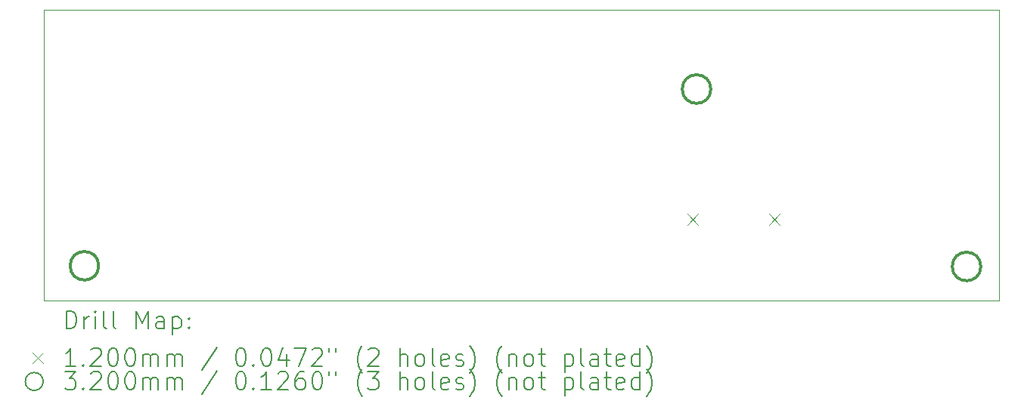
<source format=gbr>
%TF.GenerationSoftware,KiCad,Pcbnew,8.0.5*%
%TF.CreationDate,2025-03-11T15:07:13+00:00*%
%TF.ProjectId,UC_V4_4904-30028-06,55435f56-345f-4343-9930-342d33303032,rev?*%
%TF.SameCoordinates,Original*%
%TF.FileFunction,Drillmap*%
%TF.FilePolarity,Positive*%
%FSLAX45Y45*%
G04 Gerber Fmt 4.5, Leading zero omitted, Abs format (unit mm)*
G04 Created by KiCad (PCBNEW 8.0.5) date 2025-03-11 15:07:13*
%MOMM*%
%LPD*%
G01*
G04 APERTURE LIST*
%ADD10C,0.100000*%
%ADD11C,0.200000*%
%ADD12C,0.120000*%
%ADD13C,0.320000*%
G04 APERTURE END LIST*
D10*
X9861820Y-12074820D02*
X20561820Y-12074820D01*
X20561820Y-12074820D02*
X20561820Y-10564820D01*
X9861820Y-8814820D02*
X9861820Y-12074820D01*
X20561820Y-8814820D02*
X9861820Y-8814820D01*
X20561820Y-10564820D02*
X20561820Y-8814820D01*
D11*
D12*
X17067820Y-11105820D02*
X17187820Y-11225820D01*
X17187820Y-11105820D02*
X17067820Y-11225820D01*
X17982820Y-11105820D02*
X18102820Y-11225820D01*
X18102820Y-11105820D02*
X17982820Y-11225820D01*
D13*
X10479020Y-11686760D02*
G75*
G02*
X10159020Y-11686760I-160000J0D01*
G01*
X10159020Y-11686760D02*
G75*
G02*
X10479020Y-11686760I160000J0D01*
G01*
X17331940Y-9705560D02*
G75*
G02*
X17011940Y-9705560I-160000J0D01*
G01*
X17011940Y-9705560D02*
G75*
G02*
X17331940Y-9705560I160000J0D01*
G01*
X20354540Y-11694380D02*
G75*
G02*
X20034540Y-11694380I-160000J0D01*
G01*
X20034540Y-11694380D02*
G75*
G02*
X20354540Y-11694380I160000J0D01*
G01*
D11*
X10117597Y-12391304D02*
X10117597Y-12191304D01*
X10117597Y-12191304D02*
X10165216Y-12191304D01*
X10165216Y-12191304D02*
X10193787Y-12200828D01*
X10193787Y-12200828D02*
X10212835Y-12219875D01*
X10212835Y-12219875D02*
X10222359Y-12238923D01*
X10222359Y-12238923D02*
X10231883Y-12277018D01*
X10231883Y-12277018D02*
X10231883Y-12305589D01*
X10231883Y-12305589D02*
X10222359Y-12343685D01*
X10222359Y-12343685D02*
X10212835Y-12362732D01*
X10212835Y-12362732D02*
X10193787Y-12381780D01*
X10193787Y-12381780D02*
X10165216Y-12391304D01*
X10165216Y-12391304D02*
X10117597Y-12391304D01*
X10317597Y-12391304D02*
X10317597Y-12257970D01*
X10317597Y-12296066D02*
X10327121Y-12277018D01*
X10327121Y-12277018D02*
X10336644Y-12267494D01*
X10336644Y-12267494D02*
X10355692Y-12257970D01*
X10355692Y-12257970D02*
X10374740Y-12257970D01*
X10441406Y-12391304D02*
X10441406Y-12257970D01*
X10441406Y-12191304D02*
X10431883Y-12200828D01*
X10431883Y-12200828D02*
X10441406Y-12210351D01*
X10441406Y-12210351D02*
X10450930Y-12200828D01*
X10450930Y-12200828D02*
X10441406Y-12191304D01*
X10441406Y-12191304D02*
X10441406Y-12210351D01*
X10565216Y-12391304D02*
X10546168Y-12381780D01*
X10546168Y-12381780D02*
X10536644Y-12362732D01*
X10536644Y-12362732D02*
X10536644Y-12191304D01*
X10669978Y-12391304D02*
X10650930Y-12381780D01*
X10650930Y-12381780D02*
X10641406Y-12362732D01*
X10641406Y-12362732D02*
X10641406Y-12191304D01*
X10898549Y-12391304D02*
X10898549Y-12191304D01*
X10898549Y-12191304D02*
X10965216Y-12334161D01*
X10965216Y-12334161D02*
X11031883Y-12191304D01*
X11031883Y-12191304D02*
X11031883Y-12391304D01*
X11212835Y-12391304D02*
X11212835Y-12286542D01*
X11212835Y-12286542D02*
X11203311Y-12267494D01*
X11203311Y-12267494D02*
X11184264Y-12257970D01*
X11184264Y-12257970D02*
X11146168Y-12257970D01*
X11146168Y-12257970D02*
X11127121Y-12267494D01*
X11212835Y-12381780D02*
X11193787Y-12391304D01*
X11193787Y-12391304D02*
X11146168Y-12391304D01*
X11146168Y-12391304D02*
X11127121Y-12381780D01*
X11127121Y-12381780D02*
X11117597Y-12362732D01*
X11117597Y-12362732D02*
X11117597Y-12343685D01*
X11117597Y-12343685D02*
X11127121Y-12324637D01*
X11127121Y-12324637D02*
X11146168Y-12315113D01*
X11146168Y-12315113D02*
X11193787Y-12315113D01*
X11193787Y-12315113D02*
X11212835Y-12305589D01*
X11308073Y-12257970D02*
X11308073Y-12457970D01*
X11308073Y-12267494D02*
X11327121Y-12257970D01*
X11327121Y-12257970D02*
X11365216Y-12257970D01*
X11365216Y-12257970D02*
X11384263Y-12267494D01*
X11384263Y-12267494D02*
X11393787Y-12277018D01*
X11393787Y-12277018D02*
X11403311Y-12296066D01*
X11403311Y-12296066D02*
X11403311Y-12353208D01*
X11403311Y-12353208D02*
X11393787Y-12372256D01*
X11393787Y-12372256D02*
X11384263Y-12381780D01*
X11384263Y-12381780D02*
X11365216Y-12391304D01*
X11365216Y-12391304D02*
X11327121Y-12391304D01*
X11327121Y-12391304D02*
X11308073Y-12381780D01*
X11489025Y-12372256D02*
X11498549Y-12381780D01*
X11498549Y-12381780D02*
X11489025Y-12391304D01*
X11489025Y-12391304D02*
X11479502Y-12381780D01*
X11479502Y-12381780D02*
X11489025Y-12372256D01*
X11489025Y-12372256D02*
X11489025Y-12391304D01*
X11489025Y-12267494D02*
X11498549Y-12277018D01*
X11498549Y-12277018D02*
X11489025Y-12286542D01*
X11489025Y-12286542D02*
X11479502Y-12277018D01*
X11479502Y-12277018D02*
X11489025Y-12267494D01*
X11489025Y-12267494D02*
X11489025Y-12286542D01*
D12*
X9736820Y-12659820D02*
X9856820Y-12779820D01*
X9856820Y-12659820D02*
X9736820Y-12779820D01*
D11*
X10222359Y-12811304D02*
X10108073Y-12811304D01*
X10165216Y-12811304D02*
X10165216Y-12611304D01*
X10165216Y-12611304D02*
X10146168Y-12639875D01*
X10146168Y-12639875D02*
X10127121Y-12658923D01*
X10127121Y-12658923D02*
X10108073Y-12668447D01*
X10308073Y-12792256D02*
X10317597Y-12801780D01*
X10317597Y-12801780D02*
X10308073Y-12811304D01*
X10308073Y-12811304D02*
X10298549Y-12801780D01*
X10298549Y-12801780D02*
X10308073Y-12792256D01*
X10308073Y-12792256D02*
X10308073Y-12811304D01*
X10393787Y-12630351D02*
X10403311Y-12620828D01*
X10403311Y-12620828D02*
X10422359Y-12611304D01*
X10422359Y-12611304D02*
X10469978Y-12611304D01*
X10469978Y-12611304D02*
X10489025Y-12620828D01*
X10489025Y-12620828D02*
X10498549Y-12630351D01*
X10498549Y-12630351D02*
X10508073Y-12649399D01*
X10508073Y-12649399D02*
X10508073Y-12668447D01*
X10508073Y-12668447D02*
X10498549Y-12697018D01*
X10498549Y-12697018D02*
X10384264Y-12811304D01*
X10384264Y-12811304D02*
X10508073Y-12811304D01*
X10631883Y-12611304D02*
X10650930Y-12611304D01*
X10650930Y-12611304D02*
X10669978Y-12620828D01*
X10669978Y-12620828D02*
X10679502Y-12630351D01*
X10679502Y-12630351D02*
X10689025Y-12649399D01*
X10689025Y-12649399D02*
X10698549Y-12687494D01*
X10698549Y-12687494D02*
X10698549Y-12735113D01*
X10698549Y-12735113D02*
X10689025Y-12773208D01*
X10689025Y-12773208D02*
X10679502Y-12792256D01*
X10679502Y-12792256D02*
X10669978Y-12801780D01*
X10669978Y-12801780D02*
X10650930Y-12811304D01*
X10650930Y-12811304D02*
X10631883Y-12811304D01*
X10631883Y-12811304D02*
X10612835Y-12801780D01*
X10612835Y-12801780D02*
X10603311Y-12792256D01*
X10603311Y-12792256D02*
X10593787Y-12773208D01*
X10593787Y-12773208D02*
X10584264Y-12735113D01*
X10584264Y-12735113D02*
X10584264Y-12687494D01*
X10584264Y-12687494D02*
X10593787Y-12649399D01*
X10593787Y-12649399D02*
X10603311Y-12630351D01*
X10603311Y-12630351D02*
X10612835Y-12620828D01*
X10612835Y-12620828D02*
X10631883Y-12611304D01*
X10822359Y-12611304D02*
X10841406Y-12611304D01*
X10841406Y-12611304D02*
X10860454Y-12620828D01*
X10860454Y-12620828D02*
X10869978Y-12630351D01*
X10869978Y-12630351D02*
X10879502Y-12649399D01*
X10879502Y-12649399D02*
X10889025Y-12687494D01*
X10889025Y-12687494D02*
X10889025Y-12735113D01*
X10889025Y-12735113D02*
X10879502Y-12773208D01*
X10879502Y-12773208D02*
X10869978Y-12792256D01*
X10869978Y-12792256D02*
X10860454Y-12801780D01*
X10860454Y-12801780D02*
X10841406Y-12811304D01*
X10841406Y-12811304D02*
X10822359Y-12811304D01*
X10822359Y-12811304D02*
X10803311Y-12801780D01*
X10803311Y-12801780D02*
X10793787Y-12792256D01*
X10793787Y-12792256D02*
X10784264Y-12773208D01*
X10784264Y-12773208D02*
X10774740Y-12735113D01*
X10774740Y-12735113D02*
X10774740Y-12687494D01*
X10774740Y-12687494D02*
X10784264Y-12649399D01*
X10784264Y-12649399D02*
X10793787Y-12630351D01*
X10793787Y-12630351D02*
X10803311Y-12620828D01*
X10803311Y-12620828D02*
X10822359Y-12611304D01*
X10974740Y-12811304D02*
X10974740Y-12677970D01*
X10974740Y-12697018D02*
X10984264Y-12687494D01*
X10984264Y-12687494D02*
X11003311Y-12677970D01*
X11003311Y-12677970D02*
X11031883Y-12677970D01*
X11031883Y-12677970D02*
X11050930Y-12687494D01*
X11050930Y-12687494D02*
X11060454Y-12706542D01*
X11060454Y-12706542D02*
X11060454Y-12811304D01*
X11060454Y-12706542D02*
X11069978Y-12687494D01*
X11069978Y-12687494D02*
X11089025Y-12677970D01*
X11089025Y-12677970D02*
X11117597Y-12677970D01*
X11117597Y-12677970D02*
X11136645Y-12687494D01*
X11136645Y-12687494D02*
X11146168Y-12706542D01*
X11146168Y-12706542D02*
X11146168Y-12811304D01*
X11241406Y-12811304D02*
X11241406Y-12677970D01*
X11241406Y-12697018D02*
X11250930Y-12687494D01*
X11250930Y-12687494D02*
X11269978Y-12677970D01*
X11269978Y-12677970D02*
X11298549Y-12677970D01*
X11298549Y-12677970D02*
X11317597Y-12687494D01*
X11317597Y-12687494D02*
X11327121Y-12706542D01*
X11327121Y-12706542D02*
X11327121Y-12811304D01*
X11327121Y-12706542D02*
X11336644Y-12687494D01*
X11336644Y-12687494D02*
X11355692Y-12677970D01*
X11355692Y-12677970D02*
X11384263Y-12677970D01*
X11384263Y-12677970D02*
X11403311Y-12687494D01*
X11403311Y-12687494D02*
X11412835Y-12706542D01*
X11412835Y-12706542D02*
X11412835Y-12811304D01*
X11803311Y-12601780D02*
X11631883Y-12858923D01*
X12060454Y-12611304D02*
X12079502Y-12611304D01*
X12079502Y-12611304D02*
X12098549Y-12620828D01*
X12098549Y-12620828D02*
X12108073Y-12630351D01*
X12108073Y-12630351D02*
X12117597Y-12649399D01*
X12117597Y-12649399D02*
X12127121Y-12687494D01*
X12127121Y-12687494D02*
X12127121Y-12735113D01*
X12127121Y-12735113D02*
X12117597Y-12773208D01*
X12117597Y-12773208D02*
X12108073Y-12792256D01*
X12108073Y-12792256D02*
X12098549Y-12801780D01*
X12098549Y-12801780D02*
X12079502Y-12811304D01*
X12079502Y-12811304D02*
X12060454Y-12811304D01*
X12060454Y-12811304D02*
X12041406Y-12801780D01*
X12041406Y-12801780D02*
X12031883Y-12792256D01*
X12031883Y-12792256D02*
X12022359Y-12773208D01*
X12022359Y-12773208D02*
X12012835Y-12735113D01*
X12012835Y-12735113D02*
X12012835Y-12687494D01*
X12012835Y-12687494D02*
X12022359Y-12649399D01*
X12022359Y-12649399D02*
X12031883Y-12630351D01*
X12031883Y-12630351D02*
X12041406Y-12620828D01*
X12041406Y-12620828D02*
X12060454Y-12611304D01*
X12212835Y-12792256D02*
X12222359Y-12801780D01*
X12222359Y-12801780D02*
X12212835Y-12811304D01*
X12212835Y-12811304D02*
X12203311Y-12801780D01*
X12203311Y-12801780D02*
X12212835Y-12792256D01*
X12212835Y-12792256D02*
X12212835Y-12811304D01*
X12346168Y-12611304D02*
X12365216Y-12611304D01*
X12365216Y-12611304D02*
X12384264Y-12620828D01*
X12384264Y-12620828D02*
X12393787Y-12630351D01*
X12393787Y-12630351D02*
X12403311Y-12649399D01*
X12403311Y-12649399D02*
X12412835Y-12687494D01*
X12412835Y-12687494D02*
X12412835Y-12735113D01*
X12412835Y-12735113D02*
X12403311Y-12773208D01*
X12403311Y-12773208D02*
X12393787Y-12792256D01*
X12393787Y-12792256D02*
X12384264Y-12801780D01*
X12384264Y-12801780D02*
X12365216Y-12811304D01*
X12365216Y-12811304D02*
X12346168Y-12811304D01*
X12346168Y-12811304D02*
X12327121Y-12801780D01*
X12327121Y-12801780D02*
X12317597Y-12792256D01*
X12317597Y-12792256D02*
X12308073Y-12773208D01*
X12308073Y-12773208D02*
X12298549Y-12735113D01*
X12298549Y-12735113D02*
X12298549Y-12687494D01*
X12298549Y-12687494D02*
X12308073Y-12649399D01*
X12308073Y-12649399D02*
X12317597Y-12630351D01*
X12317597Y-12630351D02*
X12327121Y-12620828D01*
X12327121Y-12620828D02*
X12346168Y-12611304D01*
X12584264Y-12677970D02*
X12584264Y-12811304D01*
X12536645Y-12601780D02*
X12489026Y-12744637D01*
X12489026Y-12744637D02*
X12612835Y-12744637D01*
X12669978Y-12611304D02*
X12803311Y-12611304D01*
X12803311Y-12611304D02*
X12717597Y-12811304D01*
X12869978Y-12630351D02*
X12879502Y-12620828D01*
X12879502Y-12620828D02*
X12898549Y-12611304D01*
X12898549Y-12611304D02*
X12946168Y-12611304D01*
X12946168Y-12611304D02*
X12965216Y-12620828D01*
X12965216Y-12620828D02*
X12974740Y-12630351D01*
X12974740Y-12630351D02*
X12984264Y-12649399D01*
X12984264Y-12649399D02*
X12984264Y-12668447D01*
X12984264Y-12668447D02*
X12974740Y-12697018D01*
X12974740Y-12697018D02*
X12860454Y-12811304D01*
X12860454Y-12811304D02*
X12984264Y-12811304D01*
X13060454Y-12611304D02*
X13060454Y-12649399D01*
X13136645Y-12611304D02*
X13136645Y-12649399D01*
X13431883Y-12887494D02*
X13422359Y-12877970D01*
X13422359Y-12877970D02*
X13403311Y-12849399D01*
X13403311Y-12849399D02*
X13393788Y-12830351D01*
X13393788Y-12830351D02*
X13384264Y-12801780D01*
X13384264Y-12801780D02*
X13374740Y-12754161D01*
X13374740Y-12754161D02*
X13374740Y-12716066D01*
X13374740Y-12716066D02*
X13384264Y-12668447D01*
X13384264Y-12668447D02*
X13393788Y-12639875D01*
X13393788Y-12639875D02*
X13403311Y-12620828D01*
X13403311Y-12620828D02*
X13422359Y-12592256D01*
X13422359Y-12592256D02*
X13431883Y-12582732D01*
X13498549Y-12630351D02*
X13508073Y-12620828D01*
X13508073Y-12620828D02*
X13527121Y-12611304D01*
X13527121Y-12611304D02*
X13574740Y-12611304D01*
X13574740Y-12611304D02*
X13593788Y-12620828D01*
X13593788Y-12620828D02*
X13603311Y-12630351D01*
X13603311Y-12630351D02*
X13612835Y-12649399D01*
X13612835Y-12649399D02*
X13612835Y-12668447D01*
X13612835Y-12668447D02*
X13603311Y-12697018D01*
X13603311Y-12697018D02*
X13489026Y-12811304D01*
X13489026Y-12811304D02*
X13612835Y-12811304D01*
X13850930Y-12811304D02*
X13850930Y-12611304D01*
X13936645Y-12811304D02*
X13936645Y-12706542D01*
X13936645Y-12706542D02*
X13927121Y-12687494D01*
X13927121Y-12687494D02*
X13908073Y-12677970D01*
X13908073Y-12677970D02*
X13879502Y-12677970D01*
X13879502Y-12677970D02*
X13860454Y-12687494D01*
X13860454Y-12687494D02*
X13850930Y-12697018D01*
X14060454Y-12811304D02*
X14041407Y-12801780D01*
X14041407Y-12801780D02*
X14031883Y-12792256D01*
X14031883Y-12792256D02*
X14022359Y-12773208D01*
X14022359Y-12773208D02*
X14022359Y-12716066D01*
X14022359Y-12716066D02*
X14031883Y-12697018D01*
X14031883Y-12697018D02*
X14041407Y-12687494D01*
X14041407Y-12687494D02*
X14060454Y-12677970D01*
X14060454Y-12677970D02*
X14089026Y-12677970D01*
X14089026Y-12677970D02*
X14108073Y-12687494D01*
X14108073Y-12687494D02*
X14117597Y-12697018D01*
X14117597Y-12697018D02*
X14127121Y-12716066D01*
X14127121Y-12716066D02*
X14127121Y-12773208D01*
X14127121Y-12773208D02*
X14117597Y-12792256D01*
X14117597Y-12792256D02*
X14108073Y-12801780D01*
X14108073Y-12801780D02*
X14089026Y-12811304D01*
X14089026Y-12811304D02*
X14060454Y-12811304D01*
X14241407Y-12811304D02*
X14222359Y-12801780D01*
X14222359Y-12801780D02*
X14212835Y-12782732D01*
X14212835Y-12782732D02*
X14212835Y-12611304D01*
X14393788Y-12801780D02*
X14374740Y-12811304D01*
X14374740Y-12811304D02*
X14336645Y-12811304D01*
X14336645Y-12811304D02*
X14317597Y-12801780D01*
X14317597Y-12801780D02*
X14308073Y-12782732D01*
X14308073Y-12782732D02*
X14308073Y-12706542D01*
X14308073Y-12706542D02*
X14317597Y-12687494D01*
X14317597Y-12687494D02*
X14336645Y-12677970D01*
X14336645Y-12677970D02*
X14374740Y-12677970D01*
X14374740Y-12677970D02*
X14393788Y-12687494D01*
X14393788Y-12687494D02*
X14403311Y-12706542D01*
X14403311Y-12706542D02*
X14403311Y-12725589D01*
X14403311Y-12725589D02*
X14308073Y-12744637D01*
X14479502Y-12801780D02*
X14498550Y-12811304D01*
X14498550Y-12811304D02*
X14536645Y-12811304D01*
X14536645Y-12811304D02*
X14555692Y-12801780D01*
X14555692Y-12801780D02*
X14565216Y-12782732D01*
X14565216Y-12782732D02*
X14565216Y-12773208D01*
X14565216Y-12773208D02*
X14555692Y-12754161D01*
X14555692Y-12754161D02*
X14536645Y-12744637D01*
X14536645Y-12744637D02*
X14508073Y-12744637D01*
X14508073Y-12744637D02*
X14489026Y-12735113D01*
X14489026Y-12735113D02*
X14479502Y-12716066D01*
X14479502Y-12716066D02*
X14479502Y-12706542D01*
X14479502Y-12706542D02*
X14489026Y-12687494D01*
X14489026Y-12687494D02*
X14508073Y-12677970D01*
X14508073Y-12677970D02*
X14536645Y-12677970D01*
X14536645Y-12677970D02*
X14555692Y-12687494D01*
X14631883Y-12887494D02*
X14641407Y-12877970D01*
X14641407Y-12877970D02*
X14660454Y-12849399D01*
X14660454Y-12849399D02*
X14669978Y-12830351D01*
X14669978Y-12830351D02*
X14679502Y-12801780D01*
X14679502Y-12801780D02*
X14689026Y-12754161D01*
X14689026Y-12754161D02*
X14689026Y-12716066D01*
X14689026Y-12716066D02*
X14679502Y-12668447D01*
X14679502Y-12668447D02*
X14669978Y-12639875D01*
X14669978Y-12639875D02*
X14660454Y-12620828D01*
X14660454Y-12620828D02*
X14641407Y-12592256D01*
X14641407Y-12592256D02*
X14631883Y-12582732D01*
X14993788Y-12887494D02*
X14984264Y-12877970D01*
X14984264Y-12877970D02*
X14965216Y-12849399D01*
X14965216Y-12849399D02*
X14955692Y-12830351D01*
X14955692Y-12830351D02*
X14946169Y-12801780D01*
X14946169Y-12801780D02*
X14936645Y-12754161D01*
X14936645Y-12754161D02*
X14936645Y-12716066D01*
X14936645Y-12716066D02*
X14946169Y-12668447D01*
X14946169Y-12668447D02*
X14955692Y-12639875D01*
X14955692Y-12639875D02*
X14965216Y-12620828D01*
X14965216Y-12620828D02*
X14984264Y-12592256D01*
X14984264Y-12592256D02*
X14993788Y-12582732D01*
X15069978Y-12677970D02*
X15069978Y-12811304D01*
X15069978Y-12697018D02*
X15079502Y-12687494D01*
X15079502Y-12687494D02*
X15098550Y-12677970D01*
X15098550Y-12677970D02*
X15127121Y-12677970D01*
X15127121Y-12677970D02*
X15146169Y-12687494D01*
X15146169Y-12687494D02*
X15155692Y-12706542D01*
X15155692Y-12706542D02*
X15155692Y-12811304D01*
X15279502Y-12811304D02*
X15260454Y-12801780D01*
X15260454Y-12801780D02*
X15250931Y-12792256D01*
X15250931Y-12792256D02*
X15241407Y-12773208D01*
X15241407Y-12773208D02*
X15241407Y-12716066D01*
X15241407Y-12716066D02*
X15250931Y-12697018D01*
X15250931Y-12697018D02*
X15260454Y-12687494D01*
X15260454Y-12687494D02*
X15279502Y-12677970D01*
X15279502Y-12677970D02*
X15308073Y-12677970D01*
X15308073Y-12677970D02*
X15327121Y-12687494D01*
X15327121Y-12687494D02*
X15336645Y-12697018D01*
X15336645Y-12697018D02*
X15346169Y-12716066D01*
X15346169Y-12716066D02*
X15346169Y-12773208D01*
X15346169Y-12773208D02*
X15336645Y-12792256D01*
X15336645Y-12792256D02*
X15327121Y-12801780D01*
X15327121Y-12801780D02*
X15308073Y-12811304D01*
X15308073Y-12811304D02*
X15279502Y-12811304D01*
X15403312Y-12677970D02*
X15479502Y-12677970D01*
X15431883Y-12611304D02*
X15431883Y-12782732D01*
X15431883Y-12782732D02*
X15441407Y-12801780D01*
X15441407Y-12801780D02*
X15460454Y-12811304D01*
X15460454Y-12811304D02*
X15479502Y-12811304D01*
X15698550Y-12677970D02*
X15698550Y-12877970D01*
X15698550Y-12687494D02*
X15717597Y-12677970D01*
X15717597Y-12677970D02*
X15755693Y-12677970D01*
X15755693Y-12677970D02*
X15774740Y-12687494D01*
X15774740Y-12687494D02*
X15784264Y-12697018D01*
X15784264Y-12697018D02*
X15793788Y-12716066D01*
X15793788Y-12716066D02*
X15793788Y-12773208D01*
X15793788Y-12773208D02*
X15784264Y-12792256D01*
X15784264Y-12792256D02*
X15774740Y-12801780D01*
X15774740Y-12801780D02*
X15755693Y-12811304D01*
X15755693Y-12811304D02*
X15717597Y-12811304D01*
X15717597Y-12811304D02*
X15698550Y-12801780D01*
X15908073Y-12811304D02*
X15889026Y-12801780D01*
X15889026Y-12801780D02*
X15879502Y-12782732D01*
X15879502Y-12782732D02*
X15879502Y-12611304D01*
X16069978Y-12811304D02*
X16069978Y-12706542D01*
X16069978Y-12706542D02*
X16060454Y-12687494D01*
X16060454Y-12687494D02*
X16041407Y-12677970D01*
X16041407Y-12677970D02*
X16003312Y-12677970D01*
X16003312Y-12677970D02*
X15984264Y-12687494D01*
X16069978Y-12801780D02*
X16050931Y-12811304D01*
X16050931Y-12811304D02*
X16003312Y-12811304D01*
X16003312Y-12811304D02*
X15984264Y-12801780D01*
X15984264Y-12801780D02*
X15974740Y-12782732D01*
X15974740Y-12782732D02*
X15974740Y-12763685D01*
X15974740Y-12763685D02*
X15984264Y-12744637D01*
X15984264Y-12744637D02*
X16003312Y-12735113D01*
X16003312Y-12735113D02*
X16050931Y-12735113D01*
X16050931Y-12735113D02*
X16069978Y-12725589D01*
X16136645Y-12677970D02*
X16212835Y-12677970D01*
X16165216Y-12611304D02*
X16165216Y-12782732D01*
X16165216Y-12782732D02*
X16174740Y-12801780D01*
X16174740Y-12801780D02*
X16193788Y-12811304D01*
X16193788Y-12811304D02*
X16212835Y-12811304D01*
X16355693Y-12801780D02*
X16336645Y-12811304D01*
X16336645Y-12811304D02*
X16298550Y-12811304D01*
X16298550Y-12811304D02*
X16279502Y-12801780D01*
X16279502Y-12801780D02*
X16269978Y-12782732D01*
X16269978Y-12782732D02*
X16269978Y-12706542D01*
X16269978Y-12706542D02*
X16279502Y-12687494D01*
X16279502Y-12687494D02*
X16298550Y-12677970D01*
X16298550Y-12677970D02*
X16336645Y-12677970D01*
X16336645Y-12677970D02*
X16355693Y-12687494D01*
X16355693Y-12687494D02*
X16365216Y-12706542D01*
X16365216Y-12706542D02*
X16365216Y-12725589D01*
X16365216Y-12725589D02*
X16269978Y-12744637D01*
X16536645Y-12811304D02*
X16536645Y-12611304D01*
X16536645Y-12801780D02*
X16517597Y-12811304D01*
X16517597Y-12811304D02*
X16479502Y-12811304D01*
X16479502Y-12811304D02*
X16460454Y-12801780D01*
X16460454Y-12801780D02*
X16450931Y-12792256D01*
X16450931Y-12792256D02*
X16441407Y-12773208D01*
X16441407Y-12773208D02*
X16441407Y-12716066D01*
X16441407Y-12716066D02*
X16450931Y-12697018D01*
X16450931Y-12697018D02*
X16460454Y-12687494D01*
X16460454Y-12687494D02*
X16479502Y-12677970D01*
X16479502Y-12677970D02*
X16517597Y-12677970D01*
X16517597Y-12677970D02*
X16536645Y-12687494D01*
X16612835Y-12887494D02*
X16622359Y-12877970D01*
X16622359Y-12877970D02*
X16641407Y-12849399D01*
X16641407Y-12849399D02*
X16650931Y-12830351D01*
X16650931Y-12830351D02*
X16660454Y-12801780D01*
X16660454Y-12801780D02*
X16669978Y-12754161D01*
X16669978Y-12754161D02*
X16669978Y-12716066D01*
X16669978Y-12716066D02*
X16660454Y-12668447D01*
X16660454Y-12668447D02*
X16650931Y-12639875D01*
X16650931Y-12639875D02*
X16641407Y-12620828D01*
X16641407Y-12620828D02*
X16622359Y-12592256D01*
X16622359Y-12592256D02*
X16612835Y-12582732D01*
X9856820Y-12983820D02*
G75*
G02*
X9656820Y-12983820I-100000J0D01*
G01*
X9656820Y-12983820D02*
G75*
G02*
X9856820Y-12983820I100000J0D01*
G01*
X10098549Y-12875304D02*
X10222359Y-12875304D01*
X10222359Y-12875304D02*
X10155692Y-12951494D01*
X10155692Y-12951494D02*
X10184264Y-12951494D01*
X10184264Y-12951494D02*
X10203311Y-12961018D01*
X10203311Y-12961018D02*
X10212835Y-12970542D01*
X10212835Y-12970542D02*
X10222359Y-12989589D01*
X10222359Y-12989589D02*
X10222359Y-13037208D01*
X10222359Y-13037208D02*
X10212835Y-13056256D01*
X10212835Y-13056256D02*
X10203311Y-13065780D01*
X10203311Y-13065780D02*
X10184264Y-13075304D01*
X10184264Y-13075304D02*
X10127121Y-13075304D01*
X10127121Y-13075304D02*
X10108073Y-13065780D01*
X10108073Y-13065780D02*
X10098549Y-13056256D01*
X10308073Y-13056256D02*
X10317597Y-13065780D01*
X10317597Y-13065780D02*
X10308073Y-13075304D01*
X10308073Y-13075304D02*
X10298549Y-13065780D01*
X10298549Y-13065780D02*
X10308073Y-13056256D01*
X10308073Y-13056256D02*
X10308073Y-13075304D01*
X10393787Y-12894351D02*
X10403311Y-12884828D01*
X10403311Y-12884828D02*
X10422359Y-12875304D01*
X10422359Y-12875304D02*
X10469978Y-12875304D01*
X10469978Y-12875304D02*
X10489025Y-12884828D01*
X10489025Y-12884828D02*
X10498549Y-12894351D01*
X10498549Y-12894351D02*
X10508073Y-12913399D01*
X10508073Y-12913399D02*
X10508073Y-12932447D01*
X10508073Y-12932447D02*
X10498549Y-12961018D01*
X10498549Y-12961018D02*
X10384264Y-13075304D01*
X10384264Y-13075304D02*
X10508073Y-13075304D01*
X10631883Y-12875304D02*
X10650930Y-12875304D01*
X10650930Y-12875304D02*
X10669978Y-12884828D01*
X10669978Y-12884828D02*
X10679502Y-12894351D01*
X10679502Y-12894351D02*
X10689025Y-12913399D01*
X10689025Y-12913399D02*
X10698549Y-12951494D01*
X10698549Y-12951494D02*
X10698549Y-12999113D01*
X10698549Y-12999113D02*
X10689025Y-13037208D01*
X10689025Y-13037208D02*
X10679502Y-13056256D01*
X10679502Y-13056256D02*
X10669978Y-13065780D01*
X10669978Y-13065780D02*
X10650930Y-13075304D01*
X10650930Y-13075304D02*
X10631883Y-13075304D01*
X10631883Y-13075304D02*
X10612835Y-13065780D01*
X10612835Y-13065780D02*
X10603311Y-13056256D01*
X10603311Y-13056256D02*
X10593787Y-13037208D01*
X10593787Y-13037208D02*
X10584264Y-12999113D01*
X10584264Y-12999113D02*
X10584264Y-12951494D01*
X10584264Y-12951494D02*
X10593787Y-12913399D01*
X10593787Y-12913399D02*
X10603311Y-12894351D01*
X10603311Y-12894351D02*
X10612835Y-12884828D01*
X10612835Y-12884828D02*
X10631883Y-12875304D01*
X10822359Y-12875304D02*
X10841406Y-12875304D01*
X10841406Y-12875304D02*
X10860454Y-12884828D01*
X10860454Y-12884828D02*
X10869978Y-12894351D01*
X10869978Y-12894351D02*
X10879502Y-12913399D01*
X10879502Y-12913399D02*
X10889025Y-12951494D01*
X10889025Y-12951494D02*
X10889025Y-12999113D01*
X10889025Y-12999113D02*
X10879502Y-13037208D01*
X10879502Y-13037208D02*
X10869978Y-13056256D01*
X10869978Y-13056256D02*
X10860454Y-13065780D01*
X10860454Y-13065780D02*
X10841406Y-13075304D01*
X10841406Y-13075304D02*
X10822359Y-13075304D01*
X10822359Y-13075304D02*
X10803311Y-13065780D01*
X10803311Y-13065780D02*
X10793787Y-13056256D01*
X10793787Y-13056256D02*
X10784264Y-13037208D01*
X10784264Y-13037208D02*
X10774740Y-12999113D01*
X10774740Y-12999113D02*
X10774740Y-12951494D01*
X10774740Y-12951494D02*
X10784264Y-12913399D01*
X10784264Y-12913399D02*
X10793787Y-12894351D01*
X10793787Y-12894351D02*
X10803311Y-12884828D01*
X10803311Y-12884828D02*
X10822359Y-12875304D01*
X10974740Y-13075304D02*
X10974740Y-12941970D01*
X10974740Y-12961018D02*
X10984264Y-12951494D01*
X10984264Y-12951494D02*
X11003311Y-12941970D01*
X11003311Y-12941970D02*
X11031883Y-12941970D01*
X11031883Y-12941970D02*
X11050930Y-12951494D01*
X11050930Y-12951494D02*
X11060454Y-12970542D01*
X11060454Y-12970542D02*
X11060454Y-13075304D01*
X11060454Y-12970542D02*
X11069978Y-12951494D01*
X11069978Y-12951494D02*
X11089025Y-12941970D01*
X11089025Y-12941970D02*
X11117597Y-12941970D01*
X11117597Y-12941970D02*
X11136645Y-12951494D01*
X11136645Y-12951494D02*
X11146168Y-12970542D01*
X11146168Y-12970542D02*
X11146168Y-13075304D01*
X11241406Y-13075304D02*
X11241406Y-12941970D01*
X11241406Y-12961018D02*
X11250930Y-12951494D01*
X11250930Y-12951494D02*
X11269978Y-12941970D01*
X11269978Y-12941970D02*
X11298549Y-12941970D01*
X11298549Y-12941970D02*
X11317597Y-12951494D01*
X11317597Y-12951494D02*
X11327121Y-12970542D01*
X11327121Y-12970542D02*
X11327121Y-13075304D01*
X11327121Y-12970542D02*
X11336644Y-12951494D01*
X11336644Y-12951494D02*
X11355692Y-12941970D01*
X11355692Y-12941970D02*
X11384263Y-12941970D01*
X11384263Y-12941970D02*
X11403311Y-12951494D01*
X11403311Y-12951494D02*
X11412835Y-12970542D01*
X11412835Y-12970542D02*
X11412835Y-13075304D01*
X11803311Y-12865780D02*
X11631883Y-13122923D01*
X12060454Y-12875304D02*
X12079502Y-12875304D01*
X12079502Y-12875304D02*
X12098549Y-12884828D01*
X12098549Y-12884828D02*
X12108073Y-12894351D01*
X12108073Y-12894351D02*
X12117597Y-12913399D01*
X12117597Y-12913399D02*
X12127121Y-12951494D01*
X12127121Y-12951494D02*
X12127121Y-12999113D01*
X12127121Y-12999113D02*
X12117597Y-13037208D01*
X12117597Y-13037208D02*
X12108073Y-13056256D01*
X12108073Y-13056256D02*
X12098549Y-13065780D01*
X12098549Y-13065780D02*
X12079502Y-13075304D01*
X12079502Y-13075304D02*
X12060454Y-13075304D01*
X12060454Y-13075304D02*
X12041406Y-13065780D01*
X12041406Y-13065780D02*
X12031883Y-13056256D01*
X12031883Y-13056256D02*
X12022359Y-13037208D01*
X12022359Y-13037208D02*
X12012835Y-12999113D01*
X12012835Y-12999113D02*
X12012835Y-12951494D01*
X12012835Y-12951494D02*
X12022359Y-12913399D01*
X12022359Y-12913399D02*
X12031883Y-12894351D01*
X12031883Y-12894351D02*
X12041406Y-12884828D01*
X12041406Y-12884828D02*
X12060454Y-12875304D01*
X12212835Y-13056256D02*
X12222359Y-13065780D01*
X12222359Y-13065780D02*
X12212835Y-13075304D01*
X12212835Y-13075304D02*
X12203311Y-13065780D01*
X12203311Y-13065780D02*
X12212835Y-13056256D01*
X12212835Y-13056256D02*
X12212835Y-13075304D01*
X12412835Y-13075304D02*
X12298549Y-13075304D01*
X12355692Y-13075304D02*
X12355692Y-12875304D01*
X12355692Y-12875304D02*
X12336645Y-12903875D01*
X12336645Y-12903875D02*
X12317597Y-12922923D01*
X12317597Y-12922923D02*
X12298549Y-12932447D01*
X12489026Y-12894351D02*
X12498549Y-12884828D01*
X12498549Y-12884828D02*
X12517597Y-12875304D01*
X12517597Y-12875304D02*
X12565216Y-12875304D01*
X12565216Y-12875304D02*
X12584264Y-12884828D01*
X12584264Y-12884828D02*
X12593787Y-12894351D01*
X12593787Y-12894351D02*
X12603311Y-12913399D01*
X12603311Y-12913399D02*
X12603311Y-12932447D01*
X12603311Y-12932447D02*
X12593787Y-12961018D01*
X12593787Y-12961018D02*
X12479502Y-13075304D01*
X12479502Y-13075304D02*
X12603311Y-13075304D01*
X12774740Y-12875304D02*
X12736645Y-12875304D01*
X12736645Y-12875304D02*
X12717597Y-12884828D01*
X12717597Y-12884828D02*
X12708073Y-12894351D01*
X12708073Y-12894351D02*
X12689026Y-12922923D01*
X12689026Y-12922923D02*
X12679502Y-12961018D01*
X12679502Y-12961018D02*
X12679502Y-13037208D01*
X12679502Y-13037208D02*
X12689026Y-13056256D01*
X12689026Y-13056256D02*
X12698549Y-13065780D01*
X12698549Y-13065780D02*
X12717597Y-13075304D01*
X12717597Y-13075304D02*
X12755692Y-13075304D01*
X12755692Y-13075304D02*
X12774740Y-13065780D01*
X12774740Y-13065780D02*
X12784264Y-13056256D01*
X12784264Y-13056256D02*
X12793787Y-13037208D01*
X12793787Y-13037208D02*
X12793787Y-12989589D01*
X12793787Y-12989589D02*
X12784264Y-12970542D01*
X12784264Y-12970542D02*
X12774740Y-12961018D01*
X12774740Y-12961018D02*
X12755692Y-12951494D01*
X12755692Y-12951494D02*
X12717597Y-12951494D01*
X12717597Y-12951494D02*
X12698549Y-12961018D01*
X12698549Y-12961018D02*
X12689026Y-12970542D01*
X12689026Y-12970542D02*
X12679502Y-12989589D01*
X12917597Y-12875304D02*
X12936645Y-12875304D01*
X12936645Y-12875304D02*
X12955692Y-12884828D01*
X12955692Y-12884828D02*
X12965216Y-12894351D01*
X12965216Y-12894351D02*
X12974740Y-12913399D01*
X12974740Y-12913399D02*
X12984264Y-12951494D01*
X12984264Y-12951494D02*
X12984264Y-12999113D01*
X12984264Y-12999113D02*
X12974740Y-13037208D01*
X12974740Y-13037208D02*
X12965216Y-13056256D01*
X12965216Y-13056256D02*
X12955692Y-13065780D01*
X12955692Y-13065780D02*
X12936645Y-13075304D01*
X12936645Y-13075304D02*
X12917597Y-13075304D01*
X12917597Y-13075304D02*
X12898549Y-13065780D01*
X12898549Y-13065780D02*
X12889026Y-13056256D01*
X12889026Y-13056256D02*
X12879502Y-13037208D01*
X12879502Y-13037208D02*
X12869978Y-12999113D01*
X12869978Y-12999113D02*
X12869978Y-12951494D01*
X12869978Y-12951494D02*
X12879502Y-12913399D01*
X12879502Y-12913399D02*
X12889026Y-12894351D01*
X12889026Y-12894351D02*
X12898549Y-12884828D01*
X12898549Y-12884828D02*
X12917597Y-12875304D01*
X13060454Y-12875304D02*
X13060454Y-12913399D01*
X13136645Y-12875304D02*
X13136645Y-12913399D01*
X13431883Y-13151494D02*
X13422359Y-13141970D01*
X13422359Y-13141970D02*
X13403311Y-13113399D01*
X13403311Y-13113399D02*
X13393788Y-13094351D01*
X13393788Y-13094351D02*
X13384264Y-13065780D01*
X13384264Y-13065780D02*
X13374740Y-13018161D01*
X13374740Y-13018161D02*
X13374740Y-12980066D01*
X13374740Y-12980066D02*
X13384264Y-12932447D01*
X13384264Y-12932447D02*
X13393788Y-12903875D01*
X13393788Y-12903875D02*
X13403311Y-12884828D01*
X13403311Y-12884828D02*
X13422359Y-12856256D01*
X13422359Y-12856256D02*
X13431883Y-12846732D01*
X13489026Y-12875304D02*
X13612835Y-12875304D01*
X13612835Y-12875304D02*
X13546168Y-12951494D01*
X13546168Y-12951494D02*
X13574740Y-12951494D01*
X13574740Y-12951494D02*
X13593788Y-12961018D01*
X13593788Y-12961018D02*
X13603311Y-12970542D01*
X13603311Y-12970542D02*
X13612835Y-12989589D01*
X13612835Y-12989589D02*
X13612835Y-13037208D01*
X13612835Y-13037208D02*
X13603311Y-13056256D01*
X13603311Y-13056256D02*
X13593788Y-13065780D01*
X13593788Y-13065780D02*
X13574740Y-13075304D01*
X13574740Y-13075304D02*
X13517597Y-13075304D01*
X13517597Y-13075304D02*
X13498549Y-13065780D01*
X13498549Y-13065780D02*
X13489026Y-13056256D01*
X13850930Y-13075304D02*
X13850930Y-12875304D01*
X13936645Y-13075304D02*
X13936645Y-12970542D01*
X13936645Y-12970542D02*
X13927121Y-12951494D01*
X13927121Y-12951494D02*
X13908073Y-12941970D01*
X13908073Y-12941970D02*
X13879502Y-12941970D01*
X13879502Y-12941970D02*
X13860454Y-12951494D01*
X13860454Y-12951494D02*
X13850930Y-12961018D01*
X14060454Y-13075304D02*
X14041407Y-13065780D01*
X14041407Y-13065780D02*
X14031883Y-13056256D01*
X14031883Y-13056256D02*
X14022359Y-13037208D01*
X14022359Y-13037208D02*
X14022359Y-12980066D01*
X14022359Y-12980066D02*
X14031883Y-12961018D01*
X14031883Y-12961018D02*
X14041407Y-12951494D01*
X14041407Y-12951494D02*
X14060454Y-12941970D01*
X14060454Y-12941970D02*
X14089026Y-12941970D01*
X14089026Y-12941970D02*
X14108073Y-12951494D01*
X14108073Y-12951494D02*
X14117597Y-12961018D01*
X14117597Y-12961018D02*
X14127121Y-12980066D01*
X14127121Y-12980066D02*
X14127121Y-13037208D01*
X14127121Y-13037208D02*
X14117597Y-13056256D01*
X14117597Y-13056256D02*
X14108073Y-13065780D01*
X14108073Y-13065780D02*
X14089026Y-13075304D01*
X14089026Y-13075304D02*
X14060454Y-13075304D01*
X14241407Y-13075304D02*
X14222359Y-13065780D01*
X14222359Y-13065780D02*
X14212835Y-13046732D01*
X14212835Y-13046732D02*
X14212835Y-12875304D01*
X14393788Y-13065780D02*
X14374740Y-13075304D01*
X14374740Y-13075304D02*
X14336645Y-13075304D01*
X14336645Y-13075304D02*
X14317597Y-13065780D01*
X14317597Y-13065780D02*
X14308073Y-13046732D01*
X14308073Y-13046732D02*
X14308073Y-12970542D01*
X14308073Y-12970542D02*
X14317597Y-12951494D01*
X14317597Y-12951494D02*
X14336645Y-12941970D01*
X14336645Y-12941970D02*
X14374740Y-12941970D01*
X14374740Y-12941970D02*
X14393788Y-12951494D01*
X14393788Y-12951494D02*
X14403311Y-12970542D01*
X14403311Y-12970542D02*
X14403311Y-12989589D01*
X14403311Y-12989589D02*
X14308073Y-13008637D01*
X14479502Y-13065780D02*
X14498550Y-13075304D01*
X14498550Y-13075304D02*
X14536645Y-13075304D01*
X14536645Y-13075304D02*
X14555692Y-13065780D01*
X14555692Y-13065780D02*
X14565216Y-13046732D01*
X14565216Y-13046732D02*
X14565216Y-13037208D01*
X14565216Y-13037208D02*
X14555692Y-13018161D01*
X14555692Y-13018161D02*
X14536645Y-13008637D01*
X14536645Y-13008637D02*
X14508073Y-13008637D01*
X14508073Y-13008637D02*
X14489026Y-12999113D01*
X14489026Y-12999113D02*
X14479502Y-12980066D01*
X14479502Y-12980066D02*
X14479502Y-12970542D01*
X14479502Y-12970542D02*
X14489026Y-12951494D01*
X14489026Y-12951494D02*
X14508073Y-12941970D01*
X14508073Y-12941970D02*
X14536645Y-12941970D01*
X14536645Y-12941970D02*
X14555692Y-12951494D01*
X14631883Y-13151494D02*
X14641407Y-13141970D01*
X14641407Y-13141970D02*
X14660454Y-13113399D01*
X14660454Y-13113399D02*
X14669978Y-13094351D01*
X14669978Y-13094351D02*
X14679502Y-13065780D01*
X14679502Y-13065780D02*
X14689026Y-13018161D01*
X14689026Y-13018161D02*
X14689026Y-12980066D01*
X14689026Y-12980066D02*
X14679502Y-12932447D01*
X14679502Y-12932447D02*
X14669978Y-12903875D01*
X14669978Y-12903875D02*
X14660454Y-12884828D01*
X14660454Y-12884828D02*
X14641407Y-12856256D01*
X14641407Y-12856256D02*
X14631883Y-12846732D01*
X14993788Y-13151494D02*
X14984264Y-13141970D01*
X14984264Y-13141970D02*
X14965216Y-13113399D01*
X14965216Y-13113399D02*
X14955692Y-13094351D01*
X14955692Y-13094351D02*
X14946169Y-13065780D01*
X14946169Y-13065780D02*
X14936645Y-13018161D01*
X14936645Y-13018161D02*
X14936645Y-12980066D01*
X14936645Y-12980066D02*
X14946169Y-12932447D01*
X14946169Y-12932447D02*
X14955692Y-12903875D01*
X14955692Y-12903875D02*
X14965216Y-12884828D01*
X14965216Y-12884828D02*
X14984264Y-12856256D01*
X14984264Y-12856256D02*
X14993788Y-12846732D01*
X15069978Y-12941970D02*
X15069978Y-13075304D01*
X15069978Y-12961018D02*
X15079502Y-12951494D01*
X15079502Y-12951494D02*
X15098550Y-12941970D01*
X15098550Y-12941970D02*
X15127121Y-12941970D01*
X15127121Y-12941970D02*
X15146169Y-12951494D01*
X15146169Y-12951494D02*
X15155692Y-12970542D01*
X15155692Y-12970542D02*
X15155692Y-13075304D01*
X15279502Y-13075304D02*
X15260454Y-13065780D01*
X15260454Y-13065780D02*
X15250931Y-13056256D01*
X15250931Y-13056256D02*
X15241407Y-13037208D01*
X15241407Y-13037208D02*
X15241407Y-12980066D01*
X15241407Y-12980066D02*
X15250931Y-12961018D01*
X15250931Y-12961018D02*
X15260454Y-12951494D01*
X15260454Y-12951494D02*
X15279502Y-12941970D01*
X15279502Y-12941970D02*
X15308073Y-12941970D01*
X15308073Y-12941970D02*
X15327121Y-12951494D01*
X15327121Y-12951494D02*
X15336645Y-12961018D01*
X15336645Y-12961018D02*
X15346169Y-12980066D01*
X15346169Y-12980066D02*
X15346169Y-13037208D01*
X15346169Y-13037208D02*
X15336645Y-13056256D01*
X15336645Y-13056256D02*
X15327121Y-13065780D01*
X15327121Y-13065780D02*
X15308073Y-13075304D01*
X15308073Y-13075304D02*
X15279502Y-13075304D01*
X15403312Y-12941970D02*
X15479502Y-12941970D01*
X15431883Y-12875304D02*
X15431883Y-13046732D01*
X15431883Y-13046732D02*
X15441407Y-13065780D01*
X15441407Y-13065780D02*
X15460454Y-13075304D01*
X15460454Y-13075304D02*
X15479502Y-13075304D01*
X15698550Y-12941970D02*
X15698550Y-13141970D01*
X15698550Y-12951494D02*
X15717597Y-12941970D01*
X15717597Y-12941970D02*
X15755693Y-12941970D01*
X15755693Y-12941970D02*
X15774740Y-12951494D01*
X15774740Y-12951494D02*
X15784264Y-12961018D01*
X15784264Y-12961018D02*
X15793788Y-12980066D01*
X15793788Y-12980066D02*
X15793788Y-13037208D01*
X15793788Y-13037208D02*
X15784264Y-13056256D01*
X15784264Y-13056256D02*
X15774740Y-13065780D01*
X15774740Y-13065780D02*
X15755693Y-13075304D01*
X15755693Y-13075304D02*
X15717597Y-13075304D01*
X15717597Y-13075304D02*
X15698550Y-13065780D01*
X15908073Y-13075304D02*
X15889026Y-13065780D01*
X15889026Y-13065780D02*
X15879502Y-13046732D01*
X15879502Y-13046732D02*
X15879502Y-12875304D01*
X16069978Y-13075304D02*
X16069978Y-12970542D01*
X16069978Y-12970542D02*
X16060454Y-12951494D01*
X16060454Y-12951494D02*
X16041407Y-12941970D01*
X16041407Y-12941970D02*
X16003312Y-12941970D01*
X16003312Y-12941970D02*
X15984264Y-12951494D01*
X16069978Y-13065780D02*
X16050931Y-13075304D01*
X16050931Y-13075304D02*
X16003312Y-13075304D01*
X16003312Y-13075304D02*
X15984264Y-13065780D01*
X15984264Y-13065780D02*
X15974740Y-13046732D01*
X15974740Y-13046732D02*
X15974740Y-13027685D01*
X15974740Y-13027685D02*
X15984264Y-13008637D01*
X15984264Y-13008637D02*
X16003312Y-12999113D01*
X16003312Y-12999113D02*
X16050931Y-12999113D01*
X16050931Y-12999113D02*
X16069978Y-12989589D01*
X16136645Y-12941970D02*
X16212835Y-12941970D01*
X16165216Y-12875304D02*
X16165216Y-13046732D01*
X16165216Y-13046732D02*
X16174740Y-13065780D01*
X16174740Y-13065780D02*
X16193788Y-13075304D01*
X16193788Y-13075304D02*
X16212835Y-13075304D01*
X16355693Y-13065780D02*
X16336645Y-13075304D01*
X16336645Y-13075304D02*
X16298550Y-13075304D01*
X16298550Y-13075304D02*
X16279502Y-13065780D01*
X16279502Y-13065780D02*
X16269978Y-13046732D01*
X16269978Y-13046732D02*
X16269978Y-12970542D01*
X16269978Y-12970542D02*
X16279502Y-12951494D01*
X16279502Y-12951494D02*
X16298550Y-12941970D01*
X16298550Y-12941970D02*
X16336645Y-12941970D01*
X16336645Y-12941970D02*
X16355693Y-12951494D01*
X16355693Y-12951494D02*
X16365216Y-12970542D01*
X16365216Y-12970542D02*
X16365216Y-12989589D01*
X16365216Y-12989589D02*
X16269978Y-13008637D01*
X16536645Y-13075304D02*
X16536645Y-12875304D01*
X16536645Y-13065780D02*
X16517597Y-13075304D01*
X16517597Y-13075304D02*
X16479502Y-13075304D01*
X16479502Y-13075304D02*
X16460454Y-13065780D01*
X16460454Y-13065780D02*
X16450931Y-13056256D01*
X16450931Y-13056256D02*
X16441407Y-13037208D01*
X16441407Y-13037208D02*
X16441407Y-12980066D01*
X16441407Y-12980066D02*
X16450931Y-12961018D01*
X16450931Y-12961018D02*
X16460454Y-12951494D01*
X16460454Y-12951494D02*
X16479502Y-12941970D01*
X16479502Y-12941970D02*
X16517597Y-12941970D01*
X16517597Y-12941970D02*
X16536645Y-12951494D01*
X16612835Y-13151494D02*
X16622359Y-13141970D01*
X16622359Y-13141970D02*
X16641407Y-13113399D01*
X16641407Y-13113399D02*
X16650931Y-13094351D01*
X16650931Y-13094351D02*
X16660454Y-13065780D01*
X16660454Y-13065780D02*
X16669978Y-13018161D01*
X16669978Y-13018161D02*
X16669978Y-12980066D01*
X16669978Y-12980066D02*
X16660454Y-12932447D01*
X16660454Y-12932447D02*
X16650931Y-12903875D01*
X16650931Y-12903875D02*
X16641407Y-12884828D01*
X16641407Y-12884828D02*
X16622359Y-12856256D01*
X16622359Y-12856256D02*
X16612835Y-12846732D01*
M02*

</source>
